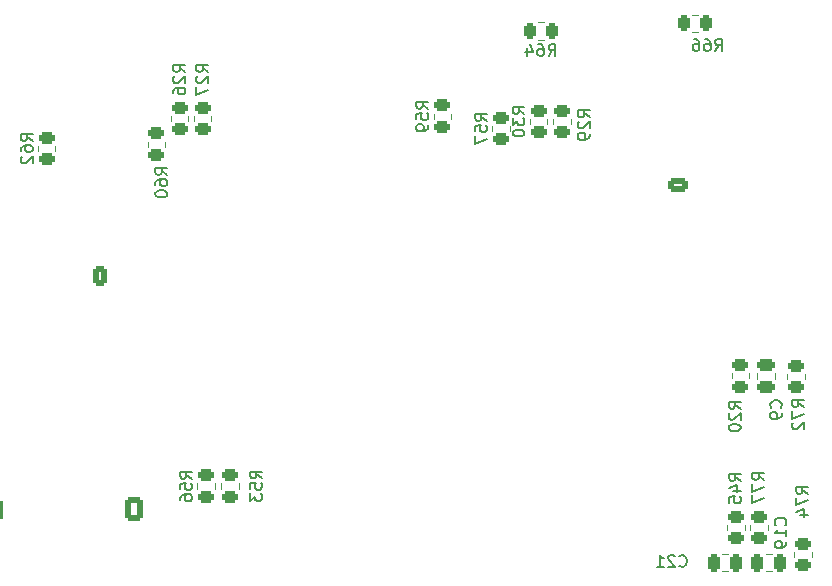
<source format=gbo>
G04 #@! TF.GenerationSoftware,KiCad,Pcbnew,(6.0.6)*
G04 #@! TF.CreationDate,2023-04-23T20:46:21-02:30*
G04 #@! TF.ProjectId,ControlBoard,436f6e74-726f-46c4-926f-6172642e6b69,rev?*
G04 #@! TF.SameCoordinates,Original*
G04 #@! TF.FileFunction,Legend,Bot*
G04 #@! TF.FilePolarity,Positive*
%FSLAX46Y46*%
G04 Gerber Fmt 4.6, Leading zero omitted, Abs format (unit mm)*
G04 Created by KiCad (PCBNEW (6.0.6)) date 2023-04-23 20:46:21*
%MOMM*%
%LPD*%
G01*
G04 APERTURE LIST*
G04 Aperture macros list*
%AMRoundRect*
0 Rectangle with rounded corners*
0 $1 Rounding radius*
0 $2 $3 $4 $5 $6 $7 $8 $9 X,Y pos of 4 corners*
0 Add a 4 corners polygon primitive as box body*
4,1,4,$2,$3,$4,$5,$6,$7,$8,$9,$2,$3,0*
0 Add four circle primitives for the rounded corners*
1,1,$1+$1,$2,$3*
1,1,$1+$1,$4,$5*
1,1,$1+$1,$6,$7*
1,1,$1+$1,$8,$9*
0 Add four rect primitives between the rounded corners*
20,1,$1+$1,$2,$3,$4,$5,0*
20,1,$1+$1,$4,$5,$6,$7,0*
20,1,$1+$1,$6,$7,$8,$9,0*
20,1,$1+$1,$8,$9,$2,$3,0*%
G04 Aperture macros list end*
%ADD10C,0.150000*%
%ADD11C,0.120000*%
%ADD12C,0.800000*%
%ADD13C,6.400000*%
%ADD14R,1.700000X1.700000*%
%ADD15O,1.700000X1.700000*%
%ADD16C,3.000000*%
%ADD17RoundRect,0.250001X-0.499999X-0.759999X0.499999X-0.759999X0.499999X0.759999X-0.499999X0.759999X0*%
%ADD18O,1.500000X2.020000*%
%ADD19R,1.600000X1.600000*%
%ADD20C,1.600000*%
%ADD21RoundRect,0.250001X0.759999X-0.499999X0.759999X0.499999X-0.759999X0.499999X-0.759999X-0.499999X0*%
%ADD22O,2.020000X1.500000*%
%ADD23RoundRect,0.250001X-0.759999X0.499999X-0.759999X-0.499999X0.759999X-0.499999X0.759999X0.499999X0*%
%ADD24O,1.550000X0.890000*%
%ADD25O,0.950000X1.250000*%
%ADD26RoundRect,0.250001X0.499999X0.759999X-0.499999X0.759999X-0.499999X-0.759999X0.499999X-0.759999X0*%
%ADD27RoundRect,0.250000X-0.845000X0.620000X-0.845000X-0.620000X0.845000X-0.620000X0.845000X0.620000X0*%
%ADD28O,2.190000X1.740000*%
%ADD29C,1.900000*%
%ADD30C,1.700000*%
%ADD31R,1.905000X2.000000*%
%ADD32O,1.905000X2.000000*%
%ADD33RoundRect,0.250000X-0.350000X-0.625000X0.350000X-0.625000X0.350000X0.625000X-0.350000X0.625000X0*%
%ADD34O,1.200000X1.750000*%
%ADD35RoundRect,0.250000X-0.625000X0.350000X-0.625000X-0.350000X0.625000X-0.350000X0.625000X0.350000X0*%
%ADD36O,1.750000X1.200000*%
%ADD37R,1.000000X1.000000*%
%ADD38O,1.000000X1.000000*%
%ADD39RoundRect,0.250000X-0.262500X-0.450000X0.262500X-0.450000X0.262500X0.450000X-0.262500X0.450000X0*%
%ADD40RoundRect,0.250000X-0.450000X0.262500X-0.450000X-0.262500X0.450000X-0.262500X0.450000X0.262500X0*%
%ADD41RoundRect,0.250000X-0.250000X-0.475000X0.250000X-0.475000X0.250000X0.475000X-0.250000X0.475000X0*%
%ADD42RoundRect,0.250000X0.250000X0.475000X-0.250000X0.475000X-0.250000X-0.475000X0.250000X-0.475000X0*%
%ADD43RoundRect,0.250000X0.450000X-0.262500X0.450000X0.262500X-0.450000X0.262500X-0.450000X-0.262500X0*%
%ADD44RoundRect,0.250000X0.475000X-0.250000X0.475000X0.250000X-0.475000X0.250000X-0.475000X-0.250000X0*%
G04 APERTURE END LIST*
D10*
X126992857Y-96727380D02*
X127326190Y-96251190D01*
X127564285Y-96727380D02*
X127564285Y-95727380D01*
X127183333Y-95727380D01*
X127088095Y-95775000D01*
X127040476Y-95822619D01*
X126992857Y-95917857D01*
X126992857Y-96060714D01*
X127040476Y-96155952D01*
X127088095Y-96203571D01*
X127183333Y-96251190D01*
X127564285Y-96251190D01*
X126135714Y-95727380D02*
X126326190Y-95727380D01*
X126421428Y-95775000D01*
X126469047Y-95822619D01*
X126564285Y-95965476D01*
X126611904Y-96155952D01*
X126611904Y-96536904D01*
X126564285Y-96632142D01*
X126516666Y-96679761D01*
X126421428Y-96727380D01*
X126230952Y-96727380D01*
X126135714Y-96679761D01*
X126088095Y-96632142D01*
X126040476Y-96536904D01*
X126040476Y-96298809D01*
X126088095Y-96203571D01*
X126135714Y-96155952D01*
X126230952Y-96108333D01*
X126421428Y-96108333D01*
X126516666Y-96155952D01*
X126564285Y-96203571D01*
X126611904Y-96298809D01*
X125183333Y-95727380D02*
X125373809Y-95727380D01*
X125469047Y-95775000D01*
X125516666Y-95822619D01*
X125611904Y-95965476D01*
X125659523Y-96155952D01*
X125659523Y-96536904D01*
X125611904Y-96632142D01*
X125564285Y-96679761D01*
X125469047Y-96727380D01*
X125278571Y-96727380D01*
X125183333Y-96679761D01*
X125135714Y-96632142D01*
X125088095Y-96536904D01*
X125088095Y-96298809D01*
X125135714Y-96203571D01*
X125183333Y-96155952D01*
X125278571Y-96108333D01*
X125469047Y-96108333D01*
X125564285Y-96155952D01*
X125611904Y-96203571D01*
X125659523Y-96298809D01*
X69202380Y-104332142D02*
X68726190Y-103998809D01*
X69202380Y-103760714D02*
X68202380Y-103760714D01*
X68202380Y-104141666D01*
X68250000Y-104236904D01*
X68297619Y-104284523D01*
X68392857Y-104332142D01*
X68535714Y-104332142D01*
X68630952Y-104284523D01*
X68678571Y-104236904D01*
X68726190Y-104141666D01*
X68726190Y-103760714D01*
X68202380Y-105189285D02*
X68202380Y-104998809D01*
X68250000Y-104903571D01*
X68297619Y-104855952D01*
X68440476Y-104760714D01*
X68630952Y-104713095D01*
X69011904Y-104713095D01*
X69107142Y-104760714D01*
X69154761Y-104808333D01*
X69202380Y-104903571D01*
X69202380Y-105094047D01*
X69154761Y-105189285D01*
X69107142Y-105236904D01*
X69011904Y-105284523D01*
X68773809Y-105284523D01*
X68678571Y-105236904D01*
X68630952Y-105189285D01*
X68583333Y-105094047D01*
X68583333Y-104903571D01*
X68630952Y-104808333D01*
X68678571Y-104760714D01*
X68773809Y-104713095D01*
X68297619Y-105665476D02*
X68250000Y-105713095D01*
X68202380Y-105808333D01*
X68202380Y-106046428D01*
X68250000Y-106141666D01*
X68297619Y-106189285D01*
X68392857Y-106236904D01*
X68488095Y-106236904D01*
X68630952Y-106189285D01*
X69202380Y-105617857D01*
X69202380Y-106236904D01*
X88627380Y-132907142D02*
X88151190Y-132573809D01*
X88627380Y-132335714D02*
X87627380Y-132335714D01*
X87627380Y-132716666D01*
X87675000Y-132811904D01*
X87722619Y-132859523D01*
X87817857Y-132907142D01*
X87960714Y-132907142D01*
X88055952Y-132859523D01*
X88103571Y-132811904D01*
X88151190Y-132716666D01*
X88151190Y-132335714D01*
X87627380Y-133811904D02*
X87627380Y-133335714D01*
X88103571Y-133288095D01*
X88055952Y-133335714D01*
X88008333Y-133430952D01*
X88008333Y-133669047D01*
X88055952Y-133764285D01*
X88103571Y-133811904D01*
X88198809Y-133859523D01*
X88436904Y-133859523D01*
X88532142Y-133811904D01*
X88579761Y-133764285D01*
X88627380Y-133669047D01*
X88627380Y-133430952D01*
X88579761Y-133335714D01*
X88532142Y-133288095D01*
X87627380Y-134192857D02*
X87627380Y-134811904D01*
X88008333Y-134478571D01*
X88008333Y-134621428D01*
X88055952Y-134716666D01*
X88103571Y-134764285D01*
X88198809Y-134811904D01*
X88436904Y-134811904D01*
X88532142Y-134764285D01*
X88579761Y-134716666D01*
X88627380Y-134621428D01*
X88627380Y-134335714D01*
X88579761Y-134240476D01*
X88532142Y-134192857D01*
X129177380Y-133107142D02*
X128701190Y-132773809D01*
X129177380Y-132535714D02*
X128177380Y-132535714D01*
X128177380Y-132916666D01*
X128225000Y-133011904D01*
X128272619Y-133059523D01*
X128367857Y-133107142D01*
X128510714Y-133107142D01*
X128605952Y-133059523D01*
X128653571Y-133011904D01*
X128701190Y-132916666D01*
X128701190Y-132535714D01*
X128510714Y-133964285D02*
X129177380Y-133964285D01*
X128129761Y-133726190D02*
X128844047Y-133488095D01*
X128844047Y-134107142D01*
X128177380Y-134964285D02*
X128177380Y-134488095D01*
X128653571Y-134440476D01*
X128605952Y-134488095D01*
X128558333Y-134583333D01*
X128558333Y-134821428D01*
X128605952Y-134916666D01*
X128653571Y-134964285D01*
X128748809Y-135011904D01*
X128986904Y-135011904D01*
X129082142Y-134964285D01*
X129129761Y-134916666D01*
X129177380Y-134821428D01*
X129177380Y-134583333D01*
X129129761Y-134488095D01*
X129082142Y-134440476D01*
X82702380Y-132932142D02*
X82226190Y-132598809D01*
X82702380Y-132360714D02*
X81702380Y-132360714D01*
X81702380Y-132741666D01*
X81750000Y-132836904D01*
X81797619Y-132884523D01*
X81892857Y-132932142D01*
X82035714Y-132932142D01*
X82130952Y-132884523D01*
X82178571Y-132836904D01*
X82226190Y-132741666D01*
X82226190Y-132360714D01*
X81702380Y-133836904D02*
X81702380Y-133360714D01*
X82178571Y-133313095D01*
X82130952Y-133360714D01*
X82083333Y-133455952D01*
X82083333Y-133694047D01*
X82130952Y-133789285D01*
X82178571Y-133836904D01*
X82273809Y-133884523D01*
X82511904Y-133884523D01*
X82607142Y-133836904D01*
X82654761Y-133789285D01*
X82702380Y-133694047D01*
X82702380Y-133455952D01*
X82654761Y-133360714D01*
X82607142Y-133313095D01*
X81702380Y-134741666D02*
X81702380Y-134551190D01*
X81750000Y-134455952D01*
X81797619Y-134408333D01*
X81940476Y-134313095D01*
X82130952Y-134265476D01*
X82511904Y-134265476D01*
X82607142Y-134313095D01*
X82654761Y-134360714D01*
X82702380Y-134455952D01*
X82702380Y-134646428D01*
X82654761Y-134741666D01*
X82607142Y-134789285D01*
X82511904Y-134836904D01*
X82273809Y-134836904D01*
X82178571Y-134789285D01*
X82130952Y-134741666D01*
X82083333Y-134646428D01*
X82083333Y-134455952D01*
X82130952Y-134360714D01*
X82178571Y-134313095D01*
X82273809Y-134265476D01*
X110852380Y-102057142D02*
X110376190Y-101723809D01*
X110852380Y-101485714D02*
X109852380Y-101485714D01*
X109852380Y-101866666D01*
X109900000Y-101961904D01*
X109947619Y-102009523D01*
X110042857Y-102057142D01*
X110185714Y-102057142D01*
X110280952Y-102009523D01*
X110328571Y-101961904D01*
X110376190Y-101866666D01*
X110376190Y-101485714D01*
X109852380Y-102390476D02*
X109852380Y-103009523D01*
X110233333Y-102676190D01*
X110233333Y-102819047D01*
X110280952Y-102914285D01*
X110328571Y-102961904D01*
X110423809Y-103009523D01*
X110661904Y-103009523D01*
X110757142Y-102961904D01*
X110804761Y-102914285D01*
X110852380Y-102819047D01*
X110852380Y-102533333D01*
X110804761Y-102438095D01*
X110757142Y-102390476D01*
X109852380Y-103628571D02*
X109852380Y-103723809D01*
X109900000Y-103819047D01*
X109947619Y-103866666D01*
X110042857Y-103914285D01*
X110233333Y-103961904D01*
X110471428Y-103961904D01*
X110661904Y-103914285D01*
X110757142Y-103866666D01*
X110804761Y-103819047D01*
X110852380Y-103723809D01*
X110852380Y-103628571D01*
X110804761Y-103533333D01*
X110757142Y-103485714D01*
X110661904Y-103438095D01*
X110471428Y-103390476D01*
X110233333Y-103390476D01*
X110042857Y-103438095D01*
X109947619Y-103485714D01*
X109900000Y-103533333D01*
X109852380Y-103628571D01*
X107677380Y-102632142D02*
X107201190Y-102298809D01*
X107677380Y-102060714D02*
X106677380Y-102060714D01*
X106677380Y-102441666D01*
X106725000Y-102536904D01*
X106772619Y-102584523D01*
X106867857Y-102632142D01*
X107010714Y-102632142D01*
X107105952Y-102584523D01*
X107153571Y-102536904D01*
X107201190Y-102441666D01*
X107201190Y-102060714D01*
X106677380Y-103536904D02*
X106677380Y-103060714D01*
X107153571Y-103013095D01*
X107105952Y-103060714D01*
X107058333Y-103155952D01*
X107058333Y-103394047D01*
X107105952Y-103489285D01*
X107153571Y-103536904D01*
X107248809Y-103584523D01*
X107486904Y-103584523D01*
X107582142Y-103536904D01*
X107629761Y-103489285D01*
X107677380Y-103394047D01*
X107677380Y-103155952D01*
X107629761Y-103060714D01*
X107582142Y-103013095D01*
X106677380Y-103917857D02*
X106677380Y-104584523D01*
X107677380Y-104155952D01*
X123967857Y-140307142D02*
X124015476Y-140354761D01*
X124158333Y-140402380D01*
X124253571Y-140402380D01*
X124396428Y-140354761D01*
X124491666Y-140259523D01*
X124539285Y-140164285D01*
X124586904Y-139973809D01*
X124586904Y-139830952D01*
X124539285Y-139640476D01*
X124491666Y-139545238D01*
X124396428Y-139450000D01*
X124253571Y-139402380D01*
X124158333Y-139402380D01*
X124015476Y-139450000D01*
X123967857Y-139497619D01*
X123586904Y-139497619D02*
X123539285Y-139450000D01*
X123444047Y-139402380D01*
X123205952Y-139402380D01*
X123110714Y-139450000D01*
X123063095Y-139497619D01*
X123015476Y-139592857D01*
X123015476Y-139688095D01*
X123063095Y-139830952D01*
X123634523Y-140402380D01*
X123015476Y-140402380D01*
X122063095Y-140402380D02*
X122634523Y-140402380D01*
X122348809Y-140402380D02*
X122348809Y-139402380D01*
X122444047Y-139545238D01*
X122539285Y-139640476D01*
X122634523Y-139688095D01*
X132932142Y-136882142D02*
X132979761Y-136834523D01*
X133027380Y-136691666D01*
X133027380Y-136596428D01*
X132979761Y-136453571D01*
X132884523Y-136358333D01*
X132789285Y-136310714D01*
X132598809Y-136263095D01*
X132455952Y-136263095D01*
X132265476Y-136310714D01*
X132170238Y-136358333D01*
X132075000Y-136453571D01*
X132027380Y-136596428D01*
X132027380Y-136691666D01*
X132075000Y-136834523D01*
X132122619Y-136882142D01*
X133027380Y-137834523D02*
X133027380Y-137263095D01*
X133027380Y-137548809D02*
X132027380Y-137548809D01*
X132170238Y-137453571D01*
X132265476Y-137358333D01*
X132313095Y-137263095D01*
X133027380Y-138310714D02*
X133027380Y-138501190D01*
X132979761Y-138596428D01*
X132932142Y-138644047D01*
X132789285Y-138739285D01*
X132598809Y-138786904D01*
X132217857Y-138786904D01*
X132122619Y-138739285D01*
X132075000Y-138691666D01*
X132027380Y-138596428D01*
X132027380Y-138405952D01*
X132075000Y-138310714D01*
X132122619Y-138263095D01*
X132217857Y-138215476D01*
X132455952Y-138215476D01*
X132551190Y-138263095D01*
X132598809Y-138310714D01*
X132646428Y-138405952D01*
X132646428Y-138596428D01*
X132598809Y-138691666D01*
X132551190Y-138739285D01*
X132455952Y-138786904D01*
X84077380Y-98494642D02*
X83601190Y-98161309D01*
X84077380Y-97923214D02*
X83077380Y-97923214D01*
X83077380Y-98304166D01*
X83125000Y-98399404D01*
X83172619Y-98447023D01*
X83267857Y-98494642D01*
X83410714Y-98494642D01*
X83505952Y-98447023D01*
X83553571Y-98399404D01*
X83601190Y-98304166D01*
X83601190Y-97923214D01*
X83172619Y-98875595D02*
X83125000Y-98923214D01*
X83077380Y-99018452D01*
X83077380Y-99256547D01*
X83125000Y-99351785D01*
X83172619Y-99399404D01*
X83267857Y-99447023D01*
X83363095Y-99447023D01*
X83505952Y-99399404D01*
X84077380Y-98827976D01*
X84077380Y-99447023D01*
X83077380Y-99780357D02*
X83077380Y-100447023D01*
X84077380Y-100018452D01*
X82127380Y-98494642D02*
X81651190Y-98161309D01*
X82127380Y-97923214D02*
X81127380Y-97923214D01*
X81127380Y-98304166D01*
X81175000Y-98399404D01*
X81222619Y-98447023D01*
X81317857Y-98494642D01*
X81460714Y-98494642D01*
X81555952Y-98447023D01*
X81603571Y-98399404D01*
X81651190Y-98304166D01*
X81651190Y-97923214D01*
X81222619Y-98875595D02*
X81175000Y-98923214D01*
X81127380Y-99018452D01*
X81127380Y-99256547D01*
X81175000Y-99351785D01*
X81222619Y-99399404D01*
X81317857Y-99447023D01*
X81413095Y-99447023D01*
X81555952Y-99399404D01*
X82127380Y-98827976D01*
X82127380Y-99447023D01*
X81127380Y-100304166D02*
X81127380Y-100113690D01*
X81175000Y-100018452D01*
X81222619Y-99970833D01*
X81365476Y-99875595D01*
X81555952Y-99827976D01*
X81936904Y-99827976D01*
X82032142Y-99875595D01*
X82079761Y-99923214D01*
X82127380Y-100018452D01*
X82127380Y-100208928D01*
X82079761Y-100304166D01*
X82032142Y-100351785D01*
X81936904Y-100399404D01*
X81698809Y-100399404D01*
X81603571Y-100351785D01*
X81555952Y-100304166D01*
X81508333Y-100208928D01*
X81508333Y-100018452D01*
X81555952Y-99923214D01*
X81603571Y-99875595D01*
X81698809Y-99827976D01*
X116377380Y-102332142D02*
X115901190Y-101998809D01*
X116377380Y-101760714D02*
X115377380Y-101760714D01*
X115377380Y-102141666D01*
X115425000Y-102236904D01*
X115472619Y-102284523D01*
X115567857Y-102332142D01*
X115710714Y-102332142D01*
X115805952Y-102284523D01*
X115853571Y-102236904D01*
X115901190Y-102141666D01*
X115901190Y-101760714D01*
X115472619Y-102713095D02*
X115425000Y-102760714D01*
X115377380Y-102855952D01*
X115377380Y-103094047D01*
X115425000Y-103189285D01*
X115472619Y-103236904D01*
X115567857Y-103284523D01*
X115663095Y-103284523D01*
X115805952Y-103236904D01*
X116377380Y-102665476D01*
X116377380Y-103284523D01*
X116377380Y-103760714D02*
X116377380Y-103951190D01*
X116329761Y-104046428D01*
X116282142Y-104094047D01*
X116139285Y-104189285D01*
X115948809Y-104236904D01*
X115567857Y-104236904D01*
X115472619Y-104189285D01*
X115425000Y-104141666D01*
X115377380Y-104046428D01*
X115377380Y-103855952D01*
X115425000Y-103760714D01*
X115472619Y-103713095D01*
X115567857Y-103665476D01*
X115805952Y-103665476D01*
X115901190Y-103713095D01*
X115948809Y-103760714D01*
X115996428Y-103855952D01*
X115996428Y-104046428D01*
X115948809Y-104141666D01*
X115901190Y-104189285D01*
X115805952Y-104236904D01*
X131152380Y-133057142D02*
X130676190Y-132723809D01*
X131152380Y-132485714D02*
X130152380Y-132485714D01*
X130152380Y-132866666D01*
X130200000Y-132961904D01*
X130247619Y-133009523D01*
X130342857Y-133057142D01*
X130485714Y-133057142D01*
X130580952Y-133009523D01*
X130628571Y-132961904D01*
X130676190Y-132866666D01*
X130676190Y-132485714D01*
X130152380Y-133390476D02*
X130152380Y-134057142D01*
X131152380Y-133628571D01*
X130152380Y-134342857D02*
X130152380Y-135009523D01*
X131152380Y-134580952D01*
X80602380Y-107207142D02*
X80126190Y-106873809D01*
X80602380Y-106635714D02*
X79602380Y-106635714D01*
X79602380Y-107016666D01*
X79650000Y-107111904D01*
X79697619Y-107159523D01*
X79792857Y-107207142D01*
X79935714Y-107207142D01*
X80030952Y-107159523D01*
X80078571Y-107111904D01*
X80126190Y-107016666D01*
X80126190Y-106635714D01*
X79602380Y-108064285D02*
X79602380Y-107873809D01*
X79650000Y-107778571D01*
X79697619Y-107730952D01*
X79840476Y-107635714D01*
X80030952Y-107588095D01*
X80411904Y-107588095D01*
X80507142Y-107635714D01*
X80554761Y-107683333D01*
X80602380Y-107778571D01*
X80602380Y-107969047D01*
X80554761Y-108064285D01*
X80507142Y-108111904D01*
X80411904Y-108159523D01*
X80173809Y-108159523D01*
X80078571Y-108111904D01*
X80030952Y-108064285D01*
X79983333Y-107969047D01*
X79983333Y-107778571D01*
X80030952Y-107683333D01*
X80078571Y-107635714D01*
X80173809Y-107588095D01*
X79602380Y-108778571D02*
X79602380Y-108873809D01*
X79650000Y-108969047D01*
X79697619Y-109016666D01*
X79792857Y-109064285D01*
X79983333Y-109111904D01*
X80221428Y-109111904D01*
X80411904Y-109064285D01*
X80507142Y-109016666D01*
X80554761Y-108969047D01*
X80602380Y-108873809D01*
X80602380Y-108778571D01*
X80554761Y-108683333D01*
X80507142Y-108635714D01*
X80411904Y-108588095D01*
X80221428Y-108540476D01*
X79983333Y-108540476D01*
X79792857Y-108588095D01*
X79697619Y-108635714D01*
X79650000Y-108683333D01*
X79602380Y-108778571D01*
X129152380Y-127007142D02*
X128676190Y-126673809D01*
X129152380Y-126435714D02*
X128152380Y-126435714D01*
X128152380Y-126816666D01*
X128200000Y-126911904D01*
X128247619Y-126959523D01*
X128342857Y-127007142D01*
X128485714Y-127007142D01*
X128580952Y-126959523D01*
X128628571Y-126911904D01*
X128676190Y-126816666D01*
X128676190Y-126435714D01*
X128247619Y-127388095D02*
X128200000Y-127435714D01*
X128152380Y-127530952D01*
X128152380Y-127769047D01*
X128200000Y-127864285D01*
X128247619Y-127911904D01*
X128342857Y-127959523D01*
X128438095Y-127959523D01*
X128580952Y-127911904D01*
X129152380Y-127340476D01*
X129152380Y-127959523D01*
X128152380Y-128578571D02*
X128152380Y-128673809D01*
X128200000Y-128769047D01*
X128247619Y-128816666D01*
X128342857Y-128864285D01*
X128533333Y-128911904D01*
X128771428Y-128911904D01*
X128961904Y-128864285D01*
X129057142Y-128816666D01*
X129104761Y-128769047D01*
X129152380Y-128673809D01*
X129152380Y-128578571D01*
X129104761Y-128483333D01*
X129057142Y-128435714D01*
X128961904Y-128388095D01*
X128771428Y-128340476D01*
X128533333Y-128340476D01*
X128342857Y-128388095D01*
X128247619Y-128435714D01*
X128200000Y-128483333D01*
X128152380Y-128578571D01*
X112892857Y-97152380D02*
X113226190Y-96676190D01*
X113464285Y-97152380D02*
X113464285Y-96152380D01*
X113083333Y-96152380D01*
X112988095Y-96200000D01*
X112940476Y-96247619D01*
X112892857Y-96342857D01*
X112892857Y-96485714D01*
X112940476Y-96580952D01*
X112988095Y-96628571D01*
X113083333Y-96676190D01*
X113464285Y-96676190D01*
X112035714Y-96152380D02*
X112226190Y-96152380D01*
X112321428Y-96200000D01*
X112369047Y-96247619D01*
X112464285Y-96390476D01*
X112511904Y-96580952D01*
X112511904Y-96961904D01*
X112464285Y-97057142D01*
X112416666Y-97104761D01*
X112321428Y-97152380D01*
X112130952Y-97152380D01*
X112035714Y-97104761D01*
X111988095Y-97057142D01*
X111940476Y-96961904D01*
X111940476Y-96723809D01*
X111988095Y-96628571D01*
X112035714Y-96580952D01*
X112130952Y-96533333D01*
X112321428Y-96533333D01*
X112416666Y-96580952D01*
X112464285Y-96628571D01*
X112511904Y-96723809D01*
X111083333Y-96485714D02*
X111083333Y-97152380D01*
X111321428Y-96104761D02*
X111559523Y-96819047D01*
X110940476Y-96819047D01*
X134852380Y-134207142D02*
X134376190Y-133873809D01*
X134852380Y-133635714D02*
X133852380Y-133635714D01*
X133852380Y-134016666D01*
X133900000Y-134111904D01*
X133947619Y-134159523D01*
X134042857Y-134207142D01*
X134185714Y-134207142D01*
X134280952Y-134159523D01*
X134328571Y-134111904D01*
X134376190Y-134016666D01*
X134376190Y-133635714D01*
X133852380Y-134540476D02*
X133852380Y-135207142D01*
X134852380Y-134778571D01*
X134185714Y-136016666D02*
X134852380Y-136016666D01*
X133804761Y-135778571D02*
X134519047Y-135540476D01*
X134519047Y-136159523D01*
X132557142Y-126933333D02*
X132604761Y-126885714D01*
X132652380Y-126742857D01*
X132652380Y-126647619D01*
X132604761Y-126504761D01*
X132509523Y-126409523D01*
X132414285Y-126361904D01*
X132223809Y-126314285D01*
X132080952Y-126314285D01*
X131890476Y-126361904D01*
X131795238Y-126409523D01*
X131700000Y-126504761D01*
X131652380Y-126647619D01*
X131652380Y-126742857D01*
X131700000Y-126885714D01*
X131747619Y-126933333D01*
X132652380Y-127409523D02*
X132652380Y-127600000D01*
X132604761Y-127695238D01*
X132557142Y-127742857D01*
X132414285Y-127838095D01*
X132223809Y-127885714D01*
X131842857Y-127885714D01*
X131747619Y-127838095D01*
X131700000Y-127790476D01*
X131652380Y-127695238D01*
X131652380Y-127504761D01*
X131700000Y-127409523D01*
X131747619Y-127361904D01*
X131842857Y-127314285D01*
X132080952Y-127314285D01*
X132176190Y-127361904D01*
X132223809Y-127409523D01*
X132271428Y-127504761D01*
X132271428Y-127695238D01*
X132223809Y-127790476D01*
X132176190Y-127838095D01*
X132080952Y-127885714D01*
X102702380Y-101607142D02*
X102226190Y-101273809D01*
X102702380Y-101035714D02*
X101702380Y-101035714D01*
X101702380Y-101416666D01*
X101750000Y-101511904D01*
X101797619Y-101559523D01*
X101892857Y-101607142D01*
X102035714Y-101607142D01*
X102130952Y-101559523D01*
X102178571Y-101511904D01*
X102226190Y-101416666D01*
X102226190Y-101035714D01*
X101702380Y-102511904D02*
X101702380Y-102035714D01*
X102178571Y-101988095D01*
X102130952Y-102035714D01*
X102083333Y-102130952D01*
X102083333Y-102369047D01*
X102130952Y-102464285D01*
X102178571Y-102511904D01*
X102273809Y-102559523D01*
X102511904Y-102559523D01*
X102607142Y-102511904D01*
X102654761Y-102464285D01*
X102702380Y-102369047D01*
X102702380Y-102130952D01*
X102654761Y-102035714D01*
X102607142Y-101988095D01*
X102702380Y-103035714D02*
X102702380Y-103226190D01*
X102654761Y-103321428D01*
X102607142Y-103369047D01*
X102464285Y-103464285D01*
X102273809Y-103511904D01*
X101892857Y-103511904D01*
X101797619Y-103464285D01*
X101750000Y-103416666D01*
X101702380Y-103321428D01*
X101702380Y-103130952D01*
X101750000Y-103035714D01*
X101797619Y-102988095D01*
X101892857Y-102940476D01*
X102130952Y-102940476D01*
X102226190Y-102988095D01*
X102273809Y-103035714D01*
X102321428Y-103130952D01*
X102321428Y-103321428D01*
X102273809Y-103416666D01*
X102226190Y-103464285D01*
X102130952Y-103511904D01*
X134502380Y-126857142D02*
X134026190Y-126523809D01*
X134502380Y-126285714D02*
X133502380Y-126285714D01*
X133502380Y-126666666D01*
X133550000Y-126761904D01*
X133597619Y-126809523D01*
X133692857Y-126857142D01*
X133835714Y-126857142D01*
X133930952Y-126809523D01*
X133978571Y-126761904D01*
X134026190Y-126666666D01*
X134026190Y-126285714D01*
X133502380Y-127190476D02*
X133502380Y-127857142D01*
X134502380Y-127428571D01*
X133597619Y-128190476D02*
X133550000Y-128238095D01*
X133502380Y-128333333D01*
X133502380Y-128571428D01*
X133550000Y-128666666D01*
X133597619Y-128714285D01*
X133692857Y-128761904D01*
X133788095Y-128761904D01*
X133930952Y-128714285D01*
X134502380Y-128142857D01*
X134502380Y-128761904D01*
D11*
X125072936Y-95135000D02*
X125527064Y-95135000D01*
X125072936Y-93665000D02*
X125527064Y-93665000D01*
X69665000Y-104747936D02*
X69665000Y-105202064D01*
X71135000Y-104747936D02*
X71135000Y-105202064D01*
X85190000Y-133347936D02*
X85190000Y-133802064D01*
X86660000Y-133347936D02*
X86660000Y-133802064D01*
X128015000Y-136860436D02*
X128015000Y-137314564D01*
X129485000Y-136860436D02*
X129485000Y-137314564D01*
X84635000Y-133347936D02*
X84635000Y-133802064D01*
X83165000Y-133347936D02*
X83165000Y-133802064D01*
X111315000Y-102472936D02*
X111315000Y-102927064D01*
X112785000Y-102472936D02*
X112785000Y-102927064D01*
X109610000Y-103047936D02*
X109610000Y-103502064D01*
X108140000Y-103047936D02*
X108140000Y-103502064D01*
X127588748Y-139315000D02*
X128111252Y-139315000D01*
X127588748Y-140785000D02*
X128111252Y-140785000D01*
X131786252Y-140785000D02*
X131263748Y-140785000D01*
X131786252Y-139315000D02*
X131263748Y-139315000D01*
X82865000Y-102222936D02*
X82865000Y-102677064D01*
X84335000Y-102222936D02*
X84335000Y-102677064D01*
X80915000Y-102222936D02*
X80915000Y-102677064D01*
X82385000Y-102222936D02*
X82385000Y-102677064D01*
X113290000Y-102472936D02*
X113290000Y-102927064D01*
X114760000Y-102472936D02*
X114760000Y-102927064D01*
X131435000Y-136860436D02*
X131435000Y-137314564D01*
X129965000Y-136860436D02*
X129965000Y-137314564D01*
X80410000Y-104852064D02*
X80410000Y-104397936D01*
X78940000Y-104852064D02*
X78940000Y-104397936D01*
X128390000Y-124452064D02*
X128390000Y-123997936D01*
X129860000Y-124452064D02*
X129860000Y-123997936D01*
X112022936Y-94315000D02*
X112477064Y-94315000D01*
X112022936Y-95785000D02*
X112477064Y-95785000D01*
X135160000Y-139589564D02*
X135160000Y-139135436D01*
X133690000Y-139589564D02*
X133690000Y-139135436D01*
X132035000Y-124511252D02*
X132035000Y-123988748D01*
X130565000Y-124511252D02*
X130565000Y-123988748D01*
X103165000Y-102022936D02*
X103165000Y-102477064D01*
X104635000Y-102022936D02*
X104635000Y-102477064D01*
X134585000Y-124502064D02*
X134585000Y-124047936D01*
X133115000Y-124502064D02*
X133115000Y-124047936D01*
%LPC*%
D12*
X53302944Y-141697056D03*
X53302944Y-138302944D03*
D13*
X55000000Y-140000000D03*
D12*
X56697056Y-141697056D03*
X57400000Y-140000000D03*
X56697056Y-138302944D03*
X52600000Y-140000000D03*
X55000000Y-142400000D03*
X55000000Y-137600000D03*
D14*
X112800000Y-84145000D03*
D15*
X112800000Y-86685000D03*
X112800000Y-89225000D03*
X112800000Y-91765000D03*
D16*
X67025000Y-55175000D03*
D17*
X65525000Y-59495000D03*
D18*
X68525000Y-59495000D03*
D19*
X80050000Y-58727651D03*
D20*
X80050000Y-55227651D03*
D12*
X138302944Y-138302944D03*
X138302944Y-141697056D03*
X140000000Y-137600000D03*
X142400000Y-140000000D03*
X141697056Y-141697056D03*
X137600000Y-140000000D03*
X141697056Y-138302944D03*
X140000000Y-142400000D03*
D13*
X140000000Y-140000000D03*
D12*
X55000000Y-57400000D03*
D13*
X55000000Y-55000000D03*
D12*
X53302944Y-56697056D03*
X56697056Y-56697056D03*
X55000000Y-52600000D03*
X57400000Y-55000000D03*
X53302944Y-53302944D03*
X56697056Y-53302944D03*
X52600000Y-55000000D03*
D16*
X55175000Y-88650000D03*
X55175000Y-111350000D03*
D21*
X59495000Y-113500000D03*
D22*
X59495000Y-110500000D03*
X59495000Y-107500000D03*
X59495000Y-104500000D03*
X59495000Y-101500000D03*
X59495000Y-98500000D03*
X59495000Y-95500000D03*
X59495000Y-92500000D03*
X59495000Y-89500000D03*
X59495000Y-86500000D03*
D16*
X139825000Y-111350000D03*
X139825000Y-88650000D03*
D23*
X135505000Y-86500000D03*
D22*
X135505000Y-89500000D03*
X135505000Y-92500000D03*
X135505000Y-95500000D03*
X135505000Y-98500000D03*
X135505000Y-101500000D03*
X135505000Y-104500000D03*
X135505000Y-107500000D03*
X135505000Y-110500000D03*
X135505000Y-113500000D03*
D12*
X112875000Y-106225000D03*
D24*
X143550000Y-77950000D03*
D25*
X140850000Y-71950000D03*
X140850000Y-76950000D03*
D24*
X143550000Y-70950000D03*
D16*
X64425000Y-139875000D03*
D26*
X65925000Y-135555000D03*
D18*
X62925000Y-135555000D03*
D16*
X76300000Y-139850000D03*
D26*
X77800000Y-135530000D03*
D18*
X74800000Y-135530000D03*
D16*
X105200000Y-55175000D03*
D17*
X103700000Y-59495000D03*
D18*
X106700000Y-59495000D03*
D12*
X89850000Y-83575000D03*
D27*
X68900000Y-79625000D03*
D28*
X68900000Y-82165000D03*
X68900000Y-84705000D03*
D29*
X59041079Y-68668921D03*
X59041079Y-71208921D03*
X59041079Y-73748921D03*
D24*
X51450000Y-121900000D03*
D25*
X54150000Y-127900000D03*
D24*
X51450000Y-128900000D03*
D25*
X54150000Y-122900000D03*
D16*
X93200000Y-55175000D03*
D17*
X91700000Y-59495000D03*
D18*
X94700000Y-59495000D03*
D14*
X133850000Y-120320000D03*
D30*
X131310000Y-120320000D03*
X128770000Y-120320000D03*
X126230000Y-120320000D03*
X123690000Y-120320000D03*
X121150000Y-120320000D03*
X118610000Y-120320000D03*
X116070000Y-120320000D03*
X113530000Y-120320000D03*
X110990000Y-120320000D03*
X108450000Y-120320000D03*
X105910000Y-120320000D03*
X103370000Y-120320000D03*
X100830000Y-120320000D03*
X98290000Y-120320000D03*
X95750000Y-120320000D03*
X93210000Y-120320000D03*
X90670000Y-120320000D03*
X133850000Y-143180000D03*
X131310000Y-143180000D03*
X128770000Y-143180000D03*
X126230000Y-143180000D03*
X123690000Y-143180000D03*
X121150000Y-143180000D03*
X118610000Y-143180000D03*
X116070000Y-143180000D03*
X113530000Y-143180000D03*
X110990000Y-143180000D03*
X108450000Y-143180000D03*
X105910000Y-143180000D03*
X103370000Y-143180000D03*
X100830000Y-143180000D03*
X98290000Y-143180000D03*
X95750000Y-143180000D03*
X93210000Y-143180000D03*
X90670000Y-143180000D03*
D16*
X129200000Y-55175000D03*
D17*
X127700000Y-59495000D03*
D18*
X130700000Y-59495000D03*
D31*
X82465000Y-69030000D03*
D32*
X79925000Y-69030000D03*
X77385000Y-69030000D03*
D33*
X74950000Y-115800000D03*
D34*
X76950000Y-115800000D03*
X78950000Y-115800000D03*
X80950000Y-115800000D03*
D35*
X123850000Y-108100000D03*
D36*
X123850000Y-110100000D03*
X123850000Y-112100000D03*
X123850000Y-114100000D03*
D13*
X140000000Y-55000000D03*
D12*
X137600000Y-55000000D03*
X140000000Y-52600000D03*
X141697056Y-53302944D03*
X141697056Y-56697056D03*
X142400000Y-55000000D03*
X138302944Y-56697056D03*
X138302944Y-53302944D03*
X140000000Y-57400000D03*
D37*
X95600000Y-113325000D03*
D38*
X96870000Y-113325000D03*
X98140000Y-113325000D03*
X99410000Y-113325000D03*
X100680000Y-113325000D03*
D16*
X117200000Y-55175000D03*
D17*
X115700000Y-59495000D03*
D18*
X118700000Y-59495000D03*
D39*
X124387500Y-94400000D03*
X126212500Y-94400000D03*
D40*
X70400000Y-104062500D03*
X70400000Y-105887500D03*
X85925000Y-132662500D03*
X85925000Y-134487500D03*
X128750000Y-136175000D03*
X128750000Y-138000000D03*
X83900000Y-132662500D03*
X83900000Y-134487500D03*
X112050000Y-101787500D03*
X112050000Y-103612500D03*
X108875000Y-102362500D03*
X108875000Y-104187500D03*
D41*
X126900000Y-140050000D03*
X128800000Y-140050000D03*
D42*
X132475000Y-140050000D03*
X130575000Y-140050000D03*
D40*
X83600000Y-101537500D03*
X83600000Y-103362500D03*
X81650000Y-101537500D03*
X81650000Y-103362500D03*
X114025000Y-101787500D03*
X114025000Y-103612500D03*
X130700000Y-136175000D03*
X130700000Y-138000000D03*
D43*
X79675000Y-105537500D03*
X79675000Y-103712500D03*
X129125000Y-125137500D03*
X129125000Y-123312500D03*
D39*
X111337500Y-95050000D03*
X113162500Y-95050000D03*
D43*
X134425000Y-140275000D03*
X134425000Y-138450000D03*
D44*
X131300000Y-125200000D03*
X131300000Y-123300000D03*
D40*
X103900000Y-101337500D03*
X103900000Y-103162500D03*
D43*
X133850000Y-125187500D03*
X133850000Y-123362500D03*
M02*

</source>
